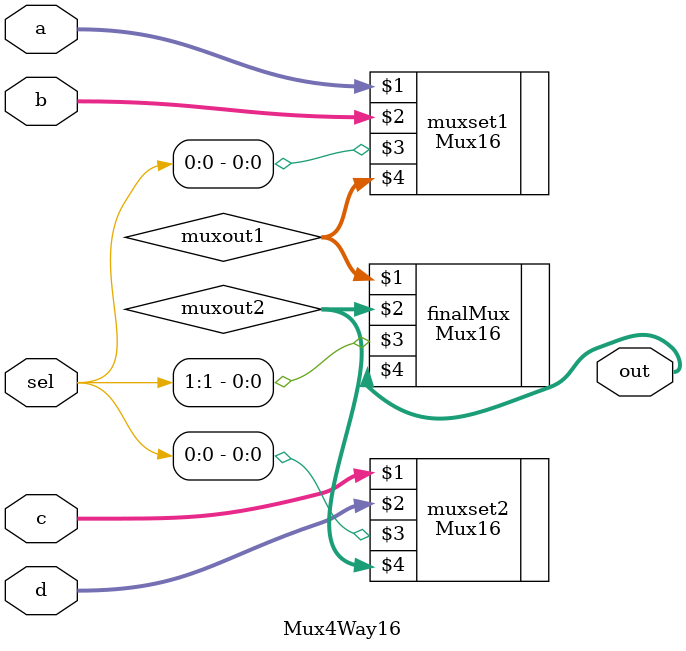
<source format=v>
`include "Mux16.v"
module Mux4Way16(
    input [15:0] a, 
    input [15:0] b, 
    input [15:0] c, 
    input [15:0] d, 
    input [1:0] sel,
    output [15:0] out);
    wire [15:0] muxout1;
    wire [15:0] muxout2;
    Mux16 muxset1 (a, b, sel[0], muxout1[15:0]);
    Mux16 muxset2 (c, d, sel[0], muxout2[15:0]);
    Mux16 finalMux (muxout1, muxout2, sel[1], out);
endmodule
</source>
